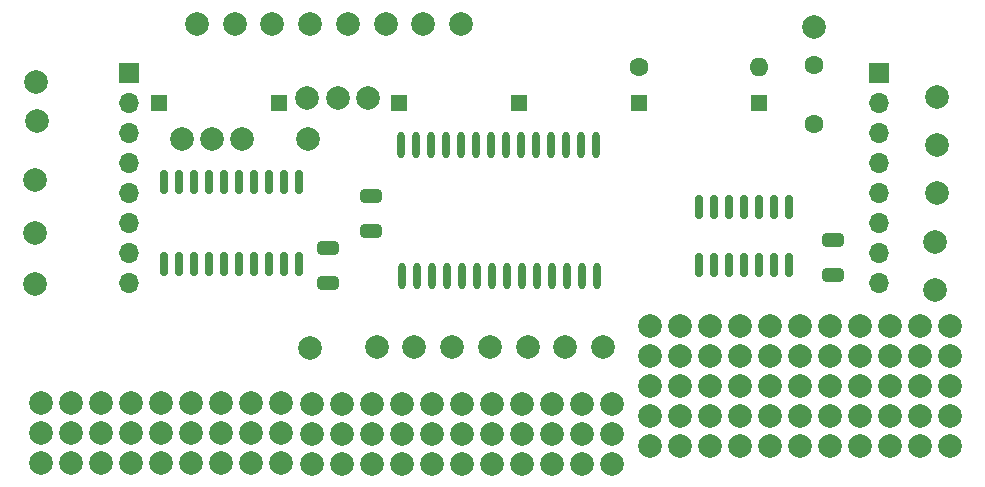
<source format=gts>
G04 #@! TF.GenerationSoftware,KiCad,Pcbnew,6.0.9-8da3e8f707~116~ubuntu20.04.1*
G04 #@! TF.CreationDate,2022-11-05T19:19:53+00:00*
G04 #@! TF.ProjectId,slrm,736c726d-2e6b-4696-9361-645f70636258,rev?*
G04 #@! TF.SameCoordinates,Original*
G04 #@! TF.FileFunction,Soldermask,Top*
G04 #@! TF.FilePolarity,Negative*
%FSLAX46Y46*%
G04 Gerber Fmt 4.6, Leading zero omitted, Abs format (unit mm)*
G04 Created by KiCad (PCBNEW 6.0.9-8da3e8f707~116~ubuntu20.04.1) date 2022-11-05 19:19:53*
%MOMM*%
%LPD*%
G01*
G04 APERTURE LIST*
G04 Aperture macros list*
%AMRoundRect*
0 Rectangle with rounded corners*
0 $1 Rounding radius*
0 $2 $3 $4 $5 $6 $7 $8 $9 X,Y pos of 4 corners*
0 Add a 4 corners polygon primitive as box body*
4,1,4,$2,$3,$4,$5,$6,$7,$8,$9,$2,$3,0*
0 Add four circle primitives for the rounded corners*
1,1,$1+$1,$2,$3*
1,1,$1+$1,$4,$5*
1,1,$1+$1,$6,$7*
1,1,$1+$1,$8,$9*
0 Add four rect primitives between the rounded corners*
20,1,$1+$1,$2,$3,$4,$5,0*
20,1,$1+$1,$4,$5,$6,$7,0*
20,1,$1+$1,$6,$7,$8,$9,0*
20,1,$1+$1,$8,$9,$2,$3,0*%
G04 Aperture macros list end*
%ADD10C,2.000000*%
%ADD11R,1.350000X1.350000*%
%ADD12C,1.600000*%
%ADD13O,0.600000X2.250000*%
%ADD14R,1.700000X1.700000*%
%ADD15O,1.700000X1.700000*%
%ADD16RoundRect,0.250000X0.650000X-0.325000X0.650000X0.325000X-0.650000X0.325000X-0.650000X-0.325000X0*%
%ADD17O,1.600000X1.600000*%
%ADD18RoundRect,0.150000X-0.150000X0.837500X-0.150000X-0.837500X0.150000X-0.837500X0.150000X0.837500X0*%
%ADD19RoundRect,0.150000X-0.150000X0.825000X-0.150000X-0.825000X0.150000X-0.825000X0.150000X0.825000X0*%
%ADD20RoundRect,0.250000X-0.650000X0.325000X-0.650000X-0.325000X0.650000X-0.325000X0.650000X0.325000X0*%
G04 APERTURE END LIST*
D10*
X111940000Y-114290000D03*
X122100000Y-114290000D03*
X119560000Y-119370000D03*
X114480000Y-114290000D03*
X127180000Y-114290000D03*
X111940000Y-119370000D03*
X117020000Y-116830000D03*
X132260000Y-114290000D03*
X122100000Y-116830000D03*
X119560000Y-114290000D03*
X117020000Y-114290000D03*
X119560000Y-116830000D03*
X129720000Y-116830000D03*
X132260000Y-116830000D03*
X117020000Y-119370000D03*
X114480000Y-116830000D03*
X127180000Y-116830000D03*
X124640000Y-116830000D03*
X129720000Y-114290000D03*
X114480000Y-119370000D03*
X124640000Y-119370000D03*
X111940000Y-116830000D03*
X129720000Y-119370000D03*
X127180000Y-119370000D03*
X122100000Y-119370000D03*
X124640000Y-114290000D03*
X132260000Y-119370000D03*
X140020000Y-114360000D03*
X150180000Y-114360000D03*
X147640000Y-119440000D03*
X142560000Y-114360000D03*
X155260000Y-114360000D03*
X140020000Y-119440000D03*
X134940000Y-116900000D03*
X145100000Y-116900000D03*
X160340000Y-114360000D03*
X150180000Y-116900000D03*
X147640000Y-114360000D03*
X145100000Y-114360000D03*
X137480000Y-116900000D03*
X147640000Y-116900000D03*
X157800000Y-116900000D03*
X160340000Y-116900000D03*
X145100000Y-119440000D03*
X134940000Y-119440000D03*
X142560000Y-116900000D03*
X155260000Y-116900000D03*
X152720000Y-116900000D03*
X157800000Y-114360000D03*
X137480000Y-114360000D03*
X134940000Y-114360000D03*
X142560000Y-119440000D03*
X152720000Y-119440000D03*
X140020000Y-116900000D03*
X157800000Y-119440000D03*
X155260000Y-119440000D03*
X150180000Y-119440000D03*
X137480000Y-119440000D03*
X152720000Y-114360000D03*
X160340000Y-119440000D03*
X188930000Y-117940000D03*
X186390000Y-117940000D03*
X183850000Y-117940000D03*
X181310000Y-117940000D03*
X178770000Y-117940000D03*
X176230000Y-117940000D03*
X173690000Y-117940000D03*
X171150000Y-117940000D03*
X168610000Y-117940000D03*
X166070000Y-117940000D03*
X163530000Y-117940000D03*
X188930000Y-115400000D03*
X186390000Y-115400000D03*
X183850000Y-115400000D03*
X181310000Y-115400000D03*
X178770000Y-115400000D03*
X176230000Y-115400000D03*
X173690000Y-115400000D03*
X171150000Y-115400000D03*
X168610000Y-115400000D03*
X166070000Y-115400000D03*
X163530000Y-115400000D03*
X188930000Y-112860000D03*
X186390000Y-112860000D03*
X183850000Y-112860000D03*
X181310000Y-112860000D03*
X178770000Y-112860000D03*
X176230000Y-112860000D03*
X173690000Y-112860000D03*
X171150000Y-112860000D03*
X168610000Y-112860000D03*
X166070000Y-112860000D03*
X163530000Y-112860000D03*
X188930000Y-110320000D03*
X186390000Y-110320000D03*
X183850000Y-110320000D03*
X181310000Y-110320000D03*
X178770000Y-110320000D03*
X176230000Y-110320000D03*
X173690000Y-110320000D03*
X171150000Y-110320000D03*
X168610000Y-110320000D03*
X166070000Y-110320000D03*
X163530000Y-110320000D03*
X188930000Y-107780000D03*
X186390000Y-107780000D03*
X183850000Y-107780000D03*
X181310000Y-107780000D03*
X178770000Y-107780000D03*
X176230000Y-107780000D03*
X173690000Y-107780000D03*
X171150000Y-107780000D03*
X168610000Y-107780000D03*
X166070000Y-107780000D03*
X163530000Y-107780000D03*
X134700000Y-109620000D03*
X177400000Y-82440000D03*
X140390000Y-109590000D03*
X149964998Y-109590000D03*
X143581666Y-109590000D03*
X146773332Y-109590000D03*
X153156664Y-109590000D03*
X156348330Y-109590000D03*
X159540000Y-109590000D03*
X123930000Y-91990000D03*
X126440000Y-91990000D03*
X128980000Y-91990000D03*
X134600000Y-91920000D03*
X134520000Y-88460000D03*
X137120000Y-88460000D03*
X139660000Y-88460000D03*
X147520000Y-82190000D03*
X144327142Y-82190000D03*
X141134285Y-82190000D03*
X137941428Y-82190000D03*
X134748571Y-82190000D03*
X131555714Y-82190000D03*
X128362857Y-82190000D03*
X125170000Y-82190000D03*
D11*
X121920000Y-88900000D03*
X162560000Y-88900000D03*
D10*
X187629800Y-100660200D03*
X111480600Y-104241600D03*
D12*
X177400000Y-85690000D03*
X177400000Y-90690000D03*
D11*
X142240000Y-88900000D03*
D10*
X111480600Y-99898200D03*
D13*
X142493809Y-103550000D03*
X143763809Y-103550000D03*
X145033809Y-103550000D03*
X146303809Y-103550000D03*
X147573809Y-103550000D03*
X148843809Y-103550000D03*
X150113809Y-103550000D03*
X151383809Y-103550000D03*
X152653809Y-103550000D03*
X153923809Y-103550000D03*
X155193809Y-103550000D03*
X156463809Y-103550000D03*
X157733809Y-103550000D03*
X159003809Y-103550000D03*
X158943809Y-92450000D03*
X157673809Y-92450000D03*
X156403809Y-92450000D03*
X155133809Y-92450000D03*
X153863809Y-92450000D03*
X152593809Y-92450000D03*
X151323809Y-92450000D03*
X150053809Y-92450000D03*
X148783809Y-92450000D03*
X147513809Y-92450000D03*
X146243809Y-92450000D03*
X144973809Y-92450000D03*
X143703809Y-92450000D03*
X142433809Y-92450000D03*
D10*
X111480600Y-95427800D03*
X111582200Y-87172800D03*
D14*
X119380000Y-86360000D03*
D15*
X119380000Y-88900000D03*
X119380000Y-91440000D03*
X119380000Y-93980000D03*
X119380000Y-96520000D03*
X119380000Y-99060000D03*
X119380000Y-101600000D03*
X119380000Y-104140000D03*
D16*
X179000000Y-103475000D03*
X179000000Y-100525000D03*
D12*
X162585400Y-85826600D03*
D17*
X172745400Y-85826600D03*
D16*
X136300000Y-104150000D03*
X136300000Y-101200000D03*
D14*
X182880000Y-86360000D03*
D15*
X182880000Y-88900000D03*
X182880000Y-91440000D03*
X182880000Y-93980000D03*
X182880000Y-96520000D03*
X182880000Y-99060000D03*
X182880000Y-101600000D03*
X182880000Y-104140000D03*
D11*
X132080000Y-88900000D03*
X172720000Y-88900000D03*
D10*
X187680600Y-104749600D03*
D18*
X133815000Y-95577500D03*
X132545000Y-95577500D03*
X131275000Y-95577500D03*
X130005000Y-95577500D03*
X128735000Y-95577500D03*
X127465000Y-95577500D03*
X126195000Y-95577500D03*
X124925000Y-95577500D03*
X123655000Y-95577500D03*
X122385000Y-95577500D03*
X122385000Y-102502500D03*
X123655000Y-102502500D03*
X124925000Y-102502500D03*
X126195000Y-102502500D03*
X127465000Y-102502500D03*
X128735000Y-102502500D03*
X130005000Y-102502500D03*
X131275000Y-102502500D03*
X132545000Y-102502500D03*
X133815000Y-102502500D03*
D10*
X187807600Y-96545400D03*
D19*
X175285000Y-97715000D03*
X174015000Y-97715000D03*
X172745000Y-97715000D03*
X171475000Y-97715000D03*
X170205000Y-97715000D03*
X168935000Y-97715000D03*
X167665000Y-97715000D03*
X167665000Y-102665000D03*
X168935000Y-102665000D03*
X170205000Y-102665000D03*
X171475000Y-102665000D03*
X172745000Y-102665000D03*
X174015000Y-102665000D03*
X175285000Y-102665000D03*
D10*
X187858400Y-92481400D03*
X111600000Y-90410000D03*
D11*
X152400000Y-88900000D03*
D20*
X139900000Y-96789583D03*
X139900000Y-99739583D03*
D10*
X187833000Y-88366600D03*
M02*

</source>
